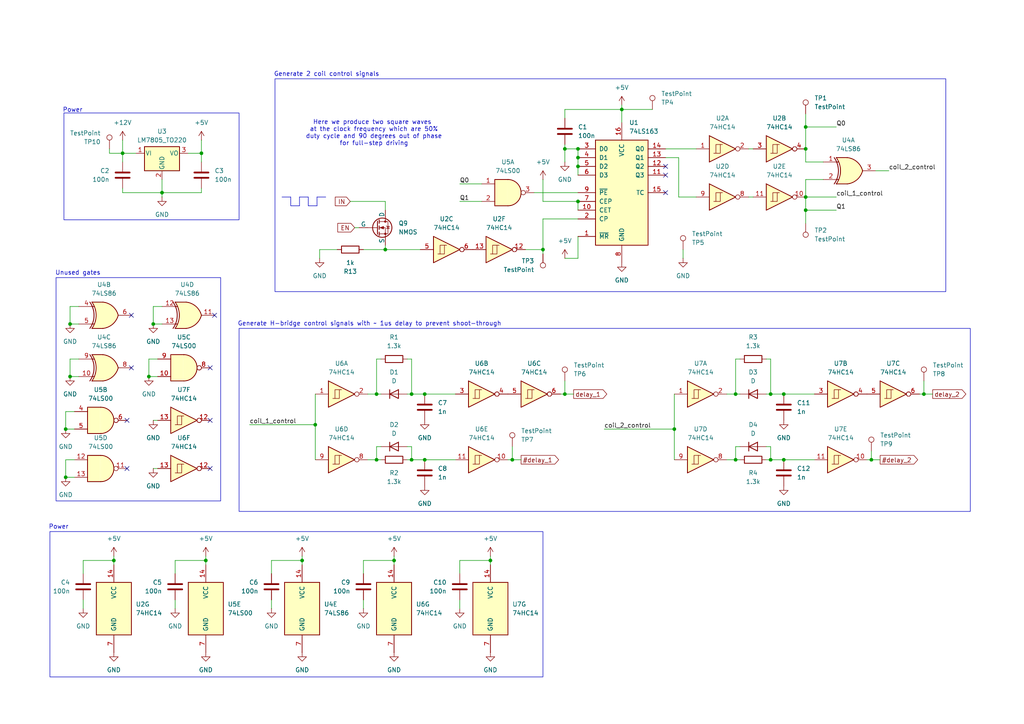
<source format=kicad_sch>
(kicad_sch (version 20250114) (generator "eeschema") (generator_version "9.0")
  (paper "A4")
  (lib_symbols
    (symbol "74xx:74HC14" (pin_names (offset 1.016))
      (property "Reference" "U" (at 0 1.27 0))
      (property "Value" "74HC14" (at 0 -1.27 0))
      (symbol "74HC14_1_0"
        (pin input line (at -7.62 0 0) (length 3.81) (name "~") (number "1"))
        (pin output inverted (at 7.62 0 180) (length 3.81) (name "~") (number "2"))
      )
      (symbol "74HC14_2_0"
        (pin input line (at -7.62 0 0) (length 3.81) (name "~") (number "3"))
        (pin output inverted (at 7.62 0 180) (length 3.81) (name "~") (number "4"))
      )
      (symbol "74HC14_3_0"
        (pin input line (at -7.62 0 0) (length 3.81) (name "~") (number "5"))
        (pin output inverted (at 7.62 0 180) (length 3.81) (name "~") (number "6"))
      )
      (symbol "74HC14_4_0"
        (pin input line (at -7.62 0 0) (length 3.81) (name "~") (number "9"))
        (pin output inverted (at 7.62 0 180) (length 3.81) (name "~") (number "8"))
      )
      (symbol "74HC14_5_0"
        (pin input line (at -7.62 0 0) (length 3.81) (name "~") (number "11"))
        (pin output inverted (at 7.62 0 180) (length 3.81) (name "~") (number "10"))
      )
      (symbol "74HC14_6_0"
        (pin input line (at -7.62 0 0) (length 3.81) (name "~") (number "13"))
        (pin output inverted (at 7.62 0 180) (length 3.81) (name "~") (number "12"))
      )
      (symbol "74HC14_7_0"
        (pin power_in line (at 0 12.7 270) (length 5.08) (name "VCC") (number "14"))
        (pin power_in line (at 0 -12.7 90) (length 5.08) (name "GND") (number "7"))
      )
    )
    (symbol "74xx:74LS00" (pin_names (offset 1.016))
      (property "Reference" "U" (at 0 1.27 0))
      (property "Value" "74LS00" (at 0 -1.27 0))
      (symbol "74LS00_1_1"
        (pin input line (at -7.62 2.54 0) (length 3.81) (name "~") (number "1"))
        (pin input line (at -7.62 -2.54 0) (length 3.81) (name "~") (number "2"))
        (pin output inverted (at 7.62 0 180) (length 3.81) (name "~") (number "3"))
      )
      (symbol "74LS00_1_2"
        (pin input inverted (at -7.62 2.54 0) (length 4.318) (name "~") (number "1"))
        (pin input inverted (at -7.62 -2.54 0) (length 4.318) (name "~") (number "2"))
        (pin output line (at 7.62 0 180) (length 3.81) (name "~") (number "3"))
      )
      (symbol "74LS00_2_1"
        (pin input line (at -7.62 2.54 0) (length 3.81) (name "~") (number "4"))
        (pin input line (at -7.62 -2.54 0) (length 3.81) (name "~") (number "5"))
        (pin output inverted (at 7.62 0 180) (length 3.81) (name "~") (number "6"))
      )
      (symbol "74LS00_2_2"
        (pin input inverted (at -7.62 2.54 0) (length 4.318) (name "~") (number "4"))
        (pin input inverted (at -7.62 -2.54 0) (length 4.318) (name "~") (number "5"))
        (pin output line (at 7.62 0 180) (length 3.81) (name "~") (number "6"))
      )
      (symbol "74LS00_3_1"
        (pin input line (at -7.62 2.54 0) (length 3.81) (name "~") (number "9"))
        (pin input line (at -7.62 -2.54 0) (length 3.81) (name "~") (number "10"))
        (pin output inverted (at 7.62 0 180) (length 3.81) (name "~") (number "8"))
      )
      (symbol "74LS00_3_2"
        (pin input inverted (at -7.62 2.54 0) (length 4.318) (name "~") (number "9"))
        (pin input inverted (at -7.62 -2.54 0) (length 4.318) (name "~") (number "10"))
        (pin output line (at 7.62 0 180) (length 3.81) (name "~") (number "8"))
      )
      (symbol "74LS00_4_1"
        (pin input line (at -7.62 2.54 0) (length 3.81) (name "~") (number "12"))
        (pin input line (at -7.62 -2.54 0) (length 3.81) (name "~") (number "13"))
        (pin output inverted (at 7.62 0 180) (length 3.81) (name "~") (number "11"))
      )
      (symbol "74LS00_4_2"
        (pin input inverted (at -7.62 2.54 0) (length 4.318) (name "~") (number "12"))
        (pin input inverted (at -7.62 -2.54 0) (length 4.318) (name "~") (number "13"))
        (pin output line (at 7.62 0 180) (length 3.81) (name "~") (number "11"))
      )
      (symbol "74LS00_5_0"
        (pin power_in line (at 0 12.7 270) (length 5.08) (name "VCC") (number "14"))
        (pin power_in line (at 0 -12.7 90) (length 5.08) (name "GND") (number "7"))
      )
    )
    (symbol "74xx:74LS163" (pin_names (offset 1.016))
      (property "Reference" "U" (at -7.62 16.51 0))
      (property "Value" "74LS163" (at -7.62 -16.51 0))
      (symbol "74LS163_1_0"
        (pin input line (at -12.7 12.7 0) (length 5.08) (name "D0") (number "3"))
        (pin input line (at -12.7 10.16 0) (length 5.08) (name "D1") (number "4"))
        (pin input line (at -12.7 7.62 0) (length 5.08) (name "D2") (number "5"))
        (pin input line (at -12.7 5.08 0) (length 5.08) (name "D3") (number "6"))
        (pin input line (at -12.7 0 0) (length 5.08) (name "~{PE}") (number "9"))
        (pin input line (at -12.7 -2.54 0) (length 5.08) (name "CEP") (number "7"))
        (pin input line (at -12.7 -5.08 0) (length 5.08) (name "CET") (number "10"))
        (pin input line (at -12.7 -7.62 0) (length 5.08) (name "CP") (number "2"))
        (pin input line (at -12.7 -12.7 0) (length 5.08) (name "~{MR}") (number "1"))
        (pin power_in line (at 0 20.32 270) (length 5.08) (name "VCC") (number "16"))
        (pin power_in line (at 0 -20.32 90) (length 5.08) (name "GND") (number "8"))
        (pin output line (at 12.7 12.7 180) (length 5.08) (name "Q0") (number "14"))
        (pin output line (at 12.7 10.16 180) (length 5.08) (name "Q1") (number "13"))
        (pin output line (at 12.7 7.62 180) (length 5.08) (name "Q2") (number "12"))
        (pin output line (at 12.7 5.08 180) (length 5.08) (name "Q3") (number "11"))
        (pin output line (at 12.7 0 180) (length 5.08) (name "TC") (number "15"))
      )
    )
    (symbol "74xx:74LS86" (pin_names (offset 1.016))
      (property "Reference" "U" (at 0 1.27 0))
      (property "Value" "74LS86" (at 0 -1.27 0))
      (symbol "74LS86_1_0"
        (pin input line (at -7.62 2.54 0) (length 4.445) (name "~") (number "1"))
        (pin input line (at -7.62 -2.54 0) (length 4.445) (name "~") (number "2"))
        (pin output line (at 7.62 0 180) (length 3.81) (name "~") (number "3"))
      )
      (symbol "74LS86_2_0"
        (pin input line (at -7.62 2.54 0) (length 4.445) (name "~") (number "4"))
        (pin input line (at -7.62 -2.54 0) (length 4.445) (name "~") (number "5"))
        (pin output line (at 7.62 0 180) (length 3.81) (name "~") (number "6"))
      )
      (symbol "74LS86_3_0"
        (pin input line (at -7.62 2.54 0) (length 4.445) (name "~") (number "9"))
        (pin input line (at -7.62 -2.54 0) (length 4.445) (name "~") (number "10"))
        (pin output line (at 7.62 0 180) (length 3.81) (name "~") (number "8"))
      )
      (symbol "74LS86_4_0"
        (pin input line (at -7.62 2.54 0) (length 4.445) (name "~") (number "12"))
        (pin input line (at -7.62 -2.54 0) (length 4.445) (name "~") (number "13"))
        (pin output line (at 7.62 0 180) (length 3.81) (name "~") (number "11"))
      )
      (symbol "74LS86_5_0"
        (pin power_in line (at 0 12.7 270) (length 5.08) (name "VCC") (number "14"))
        (pin power_in line (at 0 -12.7 90) (length 5.08) (name "GND") (number "7"))
      )
    )
    (symbol "Connector:TestPoint" (pin_numbers (hide yes)) (pin_names (offset 0.762) (hide yes))
      (property "Reference" "TP" (at 0 6.858 0))
      (property "Value" "TestPoint" (at 0 5.08 0))
      (symbol "TestPoint_1_1"
        (pin passive line (at 0 0 90) (length 2.54) (name "1") (number "1"))
      )
    )
    (symbol "Device:C" (pin_numbers (hide yes)) (pin_names (offset 0.254))
      (property "Reference" "C" (at 0.635 2.54 0))
      (property "Value" "C" (at 0.635 -2.54 0))
      (symbol "C_1_1"
        (pin passive line (at 0 3.81 270) (length 2.794) (name "~") (number "1"))
        (pin passive line (at 0 -3.81 90) (length 2.794) (name "~") (number "2"))
      )
    )
    (symbol "Device:D" (pin_numbers (hide yes)) (pin_names (offset 1.016) (hide yes))
      (property "Reference" "D" (at 0 2.54 0))
      (property "Value" "D" (at 0 -2.54 0))
      (symbol "D_1_1"
        (pin passive line (at -3.81 0 0) (length 2.54) (name "K") (number "1"))
        (pin passive line (at 3.81 0 180) (length 2.54) (name "A") (number "2"))
      )
    )
    (symbol "Device:R" (pin_numbers (hide yes)) (pin_names (offset 0))
      (property "Reference" "R" (at 2.032 0 90))
      (property "Value" "R" (at 0 0 90))
      (symbol "R_1_1"
        (pin passive line (at 0 3.81 270) (length 1.27) (name "~") (number "1"))
        (pin passive line (at 0 -3.81 90) (length 1.27) (name "~") (number "2"))
      )
    )
    (symbol "Regulator_Linear:LM7805_TO220" (pin_names (offset 0.254))
      (property "Reference" "U" (at -3.81 3.175 0))
      (property "Value" "LM7805_TO220" (at 0 3.175 0))
      (symbol "LM7805_TO220_1_1"
        (pin power_in line (at -7.62 0 0) (length 2.54) (name "VI") (number "1"))
        (pin power_in line (at 0 -7.62 90) (length 2.54) (name "GND") (number "2"))
        (pin power_out line (at 7.62 0 180) (length 2.54) (name "VO") (number "3"))
      )
    )
    (symbol "Simulation_SPICE:NMOS" (pin_numbers (hide yes)) (pin_names (offset 0))
      (property "Reference" "Q" (at 5.08 1.27 0))
      (property "Value" "NMOS" (at 5.08 -1.27 0))
      (symbol "NMOS_1_1"
        (pin input line (at -5.08 0 0) (length 2.54) (name "G") (number "2"))
        (pin passive line (at 2.54 5.08 270) (length 2.54) (name "D") (number "1"))
        (pin passive line (at 2.54 -5.08 90) (length 2.54) (name "S") (number "3"))
      )
    )
    (symbol "power:+12V" (power) (pin_numbers (hide yes)) (pin_names (offset 0) (hide yes))
      (property "Value" "+12V" (at 0 3.556 0))
      (symbol "+12V_1_1"
        (pin power_in line (at 0 0 90) (length 0) (name "~") (number "1"))
      )
    )
    (symbol "power:+5V" (power) (pin_numbers (hide yes)) (pin_names (offset 0) (hide yes))
      (property "Value" "+5V" (at 0 3.556 0))
      (symbol "+5V_1_1"
        (pin power_in line (at 0 0 90) (length 0) (name "~") (number "1"))
      )
    )
    (symbol "power:GND" (power) (pin_numbers (hide yes)) (pin_names (offset 0) (hide yes))
      (property "Value" "GND" (at 0 -3.81 0))
      (symbol "GND_1_1"
        (pin power_in line (at 0 0 270) (length 0) (name "~") (number "1"))
      )
    )
  )
  (rectangle (start 69.342 95.25) (end 281.432 148.336))
  (rectangle (start 18.542 32.766) (end 69.342 63.754))
  (rectangle (start 16.256 80.518) (end 64.008 145.288))
  (rectangle (start 79.756 22.86) (end 274.32 84.582))
  (rectangle (start 14.478 154.178) (end 157.48 196.342))
  (text "Generate 2 coil control signals" (at 94.742 21.59 0) (effects (font (size 1.27 1.27))))
  (text "Unused gates" (at 22.606 79.248 0) (effects (font (size 1.27 1.27))))
  (text "Power" (at 17.018 152.908 0) (effects (font (size 1.27 1.27))))
  (text "Here we produce two square waves \nat the clock frequency which are 50%\nduty cycle and 90 degrees out of phase\nfor full-step driving" (at 108.458 38.608 0) (effects (font (size 1.27 1.27))))
  (text "Generate H-bridge control signals with ~ 1us delay to prevent shoot-through" (at 107.188 93.98 0) (effects (font (size 1.27 1.27))))
  (text "Power" (at 21.082 32.004 0) (effects (font (size 1.27 1.27))))
  (junction (at 233.68 60.96))
  (junction (at 87.63 162.56))
  (junction (at 20.32 93.98))
  (junction (at 252.73 133.35))
  (junction (at 213.36 114.3))
  (junction (at 35.56 44.45))
  (junction (at 167.64 58.42))
  (junction (at 167.64 48.26))
  (junction (at 227.33 114.3))
  (junction (at 142.24 162.56))
  (junction (at 44.45 93.98))
  (junction (at 195.58 124.46))
  (junction (at 19.05 138.43))
  (junction (at 227.33 133.35))
  (junction (at 213.36 133.35))
  (junction (at 59.69 162.56))
  (junction (at 163.83 114.3))
  (junction (at 267.97 114.3))
  (junction (at 111.76 72.39))
  (junction (at 167.64 45.72))
  (junction (at 223.52 114.3))
  (junction (at 114.3 162.56))
  (junction (at 233.68 57.15))
  (junction (at 163.83 43.18))
  (junction (at 46.99 55.88))
  (junction (at 19.05 124.46))
  (junction (at 33.02 162.56))
  (junction (at 58.42 44.45))
  (junction (at 167.64 43.18))
  (junction (at 91.44 123.19))
  (junction (at 233.68 43.18))
  (junction (at 148.59 133.35))
  (junction (at 20.32 109.22))
  (junction (at 223.52 133.35))
  (junction (at 233.68 36.83))
  (junction (at 123.19 114.3))
  (junction (at 119.38 133.35))
  (junction (at 109.22 133.35))
  (junction (at 180.34 31.75))
  (junction (at 43.18 109.22))
  (junction (at 109.22 114.3))
  (junction (at 119.38 114.3))
  (junction (at 157.48 72.39))
  (junction (at 123.19 133.35))
  (no_connect (at 38.1 106.68))
  (no_connect (at 36.83 135.89))
  (no_connect (at 193.04 48.26))
  (no_connect (at 62.23 91.44))
  (no_connect (at 60.96 121.92))
  (no_connect (at 36.83 121.92))
  (no_connect (at 193.04 50.8))
  (no_connect (at 38.1 91.44))
  (no_connect (at 60.96 106.68))
  (no_connect (at 60.96 135.89))
  (no_connect (at 193.04 55.88))
  (wire (pts (xy 196.85 45.72) (xy 196.85 57.15)))
  (wire (pts (xy 196.85 57.15) (xy 201.93 57.15)))
  (wire (pts (xy 233.68 57.15) (xy 233.68 60.96)))
  (wire (pts (xy 33.02 162.56) (xy 33.02 163.83)))
  (wire (pts (xy 167.64 43.18) (xy 167.64 45.72)))
  (wire (pts (xy 44.45 121.92) (xy 45.72 121.92)))
  (wire (pts (xy 119.38 129.54) (xy 118.11 129.54)))
  (wire (pts (xy 87.63 161.29) (xy 87.63 162.56)))
  (wire (pts (xy 46.99 55.88) (xy 46.99 57.15)))
  (wire (pts (xy 58.42 55.88) (xy 46.99 55.88)))
  (wire (pts (xy 180.34 31.75) (xy 189.23 31.75)))
  (wire (pts (xy 242.57 60.96) (xy 233.68 60.96)))
  (wire (pts (xy 163.83 34.29) (xy 163.83 31.75)))
  (wire (pts (xy 118.11 133.35) (xy 119.38 133.35)))
  (wire (pts (xy 21.59 133.35) (xy 19.05 133.35)))
  (wire (pts (xy 105.41 166.37) (xy 105.41 162.56)))
  (wire (pts (xy 20.32 104.14) (xy 20.32 109.22)))
  (wire (pts (xy 35.56 55.88) (xy 46.99 55.88)))
  (wire (pts (xy 222.25 104.14) (xy 223.52 104.14)))
  (wire (pts (xy 50.8 166.37) (xy 50.8 162.56)))
  (wire (pts (xy 44.45 93.98) (xy 46.99 93.98)))
  (wire (pts (xy 19.05 119.38) (xy 19.05 124.46)))
  (wire (pts (xy 58.42 54.61) (xy 58.42 55.88)))
  (wire (pts (xy 106.68 133.35) (xy 109.22 133.35)))
  (wire (pts (xy 167.64 74.93) (xy 163.83 74.93)))
  (wire (pts (xy 24.13 173.99) (xy 24.13 176.53)))
  (wire (pts (xy 46.99 88.9) (xy 44.45 88.9)))
  (wire (pts (xy 214.63 133.35) (xy 213.36 133.35)))
  (wire (pts (xy 109.22 104.14) (xy 109.22 114.3)))
  (wire (pts (xy 59.69 161.29) (xy 59.69 162.56)))
  (wire (pts (xy 24.13 166.37) (xy 24.13 162.56)))
  (wire (pts (xy 142.24 161.29) (xy 142.24 162.56)))
  (wire (pts (xy 251.46 133.35) (xy 252.73 133.35)))
  (wire (pts (xy 157.48 58.42) (xy 167.64 58.42)))
  (wire (pts (xy 50.8 173.99) (xy 50.8 176.53)))
  (polyline (pts (xy 86.868 57.15) (xy 86.868 59.69)))
  (polyline (pts (xy 86.868 59.69) (xy 84.328 59.69)))
  (wire (pts (xy 254 49.53) (xy 257.81 49.53)))
  (wire (pts (xy 167.64 45.72) (xy 167.64 48.26)))
  (wire (pts (xy 35.56 40.64) (xy 35.56 44.45)))
  (wire (pts (xy 167.64 48.26) (xy 167.64 50.8)))
  (wire (pts (xy 266.7 114.3) (xy 267.97 114.3)))
  (wire (pts (xy 58.42 40.64) (xy 58.42 44.45)))
  (wire (pts (xy 163.83 31.75) (xy 180.34 31.75)))
  (polyline (pts (xy 91.948 59.69) (xy 89.408 59.69)))
  (wire (pts (xy 223.52 114.3) (xy 227.33 114.3)))
  (wire (pts (xy 92.71 72.39) (xy 97.79 72.39)))
  (wire (pts (xy 233.68 57.15) (xy 242.57 57.15)))
  (wire (pts (xy 252.73 130.81) (xy 252.73 133.35)))
  (wire (pts (xy 50.8 162.56) (xy 59.69 162.56)))
  (wire (pts (xy 195.58 114.3) (xy 195.58 124.46)))
  (wire (pts (xy 157.48 63.5) (xy 157.48 72.39)))
  (polyline (pts (xy 84.328 57.15) (xy 81.788 57.15)))
  (wire (pts (xy 102.87 66.04) (xy 104.14 66.04)))
  (wire (pts (xy 92.71 74.93) (xy 92.71 72.39)))
  (wire (pts (xy 217.17 43.18) (xy 218.44 43.18)))
  (wire (pts (xy 267.97 114.3) (xy 270.51 114.3)))
  (wire (pts (xy 19.05 138.43) (xy 21.59 138.43)))
  (wire (pts (xy 213.36 114.3) (xy 214.63 114.3)))
  (polyline (pts (xy 94.488 57.15) (xy 91.948 57.15)))
  (wire (pts (xy 133.35 58.42) (xy 139.7 58.42)))
  (wire (pts (xy 44.45 135.89) (xy 45.72 135.89)))
  (wire (pts (xy 167.64 68.58) (xy 167.64 74.93)))
  (wire (pts (xy 223.52 104.14) (xy 223.52 114.3)))
  (wire (pts (xy 210.82 133.35) (xy 213.36 133.35)))
  (wire (pts (xy 35.56 54.61) (xy 35.56 55.88)))
  (wire (pts (xy 133.35 166.37) (xy 133.35 162.56)))
  (wire (pts (xy 111.76 72.39) (xy 121.92 72.39)))
  (wire (pts (xy 35.56 44.45) (xy 39.37 44.45)))
  (wire (pts (xy 109.22 114.3) (xy 110.49 114.3)))
  (wire (pts (xy 24.13 162.56) (xy 33.02 162.56)))
  (wire (pts (xy 114.3 162.56) (xy 114.3 163.83)))
  (wire (pts (xy 22.86 104.14) (xy 20.32 104.14)))
  (wire (pts (xy 233.68 46.99) (xy 238.76 46.99)))
  (wire (pts (xy 233.68 33.02) (xy 233.68 36.83)))
  (wire (pts (xy 233.68 52.07) (xy 238.76 52.07)))
  (wire (pts (xy 175.26 124.46) (xy 195.58 124.46)))
  (wire (pts (xy 227.33 133.35) (xy 236.22 133.35)))
  (wire (pts (xy 152.4 72.39) (xy 157.48 72.39)))
  (wire (pts (xy 233.68 43.18) (xy 233.68 46.99)))
  (wire (pts (xy 157.48 52.07) (xy 157.48 58.42)))
  (wire (pts (xy 31.75 44.45) (xy 35.56 44.45)))
  (wire (pts (xy 91.44 123.19) (xy 91.44 133.35)))
  (wire (pts (xy 110.49 133.35) (xy 109.22 133.35)))
  (wire (pts (xy 223.52 129.54) (xy 222.25 129.54)))
  (wire (pts (xy 20.32 93.98) (xy 22.86 93.98)))
  (wire (pts (xy 43.18 104.14) (xy 43.18 109.22)))
  (wire (pts (xy 19.05 133.35) (xy 19.05 138.43)))
  (wire (pts (xy 213.36 104.14) (xy 213.36 114.3)))
  (wire (pts (xy 111.76 58.42) (xy 111.76 60.96)))
  (wire (pts (xy 148.59 133.35) (xy 151.13 133.35)))
  (wire (pts (xy 267.97 110.49) (xy 267.97 114.3)))
  (wire (pts (xy 46.99 52.07) (xy 46.99 55.88)))
  (wire (pts (xy 180.34 31.75) (xy 180.34 35.56)))
  (wire (pts (xy 233.68 60.96) (xy 233.68 64.77)))
  (wire (pts (xy 133.35 173.99) (xy 133.35 176.53)))
  (wire (pts (xy 123.19 133.35) (xy 132.08 133.35)))
  (wire (pts (xy 19.05 124.46) (xy 21.59 124.46)))
  (wire (pts (xy 163.83 41.91) (xy 163.83 43.18)))
  (wire (pts (xy 58.42 44.45) (xy 58.42 46.99)))
  (wire (pts (xy 252.73 133.35) (xy 255.27 133.35)))
  (wire (pts (xy 233.68 57.15) (xy 233.68 52.07)))
  (wire (pts (xy 105.41 72.39) (xy 111.76 72.39)))
  (wire (pts (xy 210.82 114.3) (xy 213.36 114.3)))
  (wire (pts (xy 33.02 161.29) (xy 33.02 162.56)))
  (wire (pts (xy 157.48 72.39) (xy 157.48 73.66)))
  (wire (pts (xy 213.36 129.54) (xy 214.63 129.54)))
  (wire (pts (xy 180.34 30.48) (xy 180.34 31.75)))
  (wire (pts (xy 214.63 104.14) (xy 213.36 104.14)))
  (wire (pts (xy 58.42 44.45) (xy 54.61 44.45)))
  (wire (pts (xy 157.48 63.5) (xy 167.64 63.5)))
  (wire (pts (xy 101.6 58.42) (xy 111.76 58.42)))
  (wire (pts (xy 106.68 114.3) (xy 109.22 114.3)))
  (wire (pts (xy 31.75 43.18) (xy 31.75 44.45)))
  (polyline (pts (xy 89.408 57.15) (xy 86.868 57.15)))
  (wire (pts (xy 167.64 58.42) (xy 167.64 60.96)))
  (wire (pts (xy 217.17 57.15) (xy 218.44 57.15)))
  (wire (pts (xy 110.49 104.14) (xy 109.22 104.14)))
  (wire (pts (xy 109.22 129.54) (xy 110.49 129.54)))
  (wire (pts (xy 78.74 173.99) (xy 78.74 176.53)))
  (wire (pts (xy 193.04 43.18) (xy 201.93 43.18)))
  (wire (pts (xy 213.36 129.54) (xy 213.36 133.35)))
  (wire (pts (xy 227.33 114.3) (xy 236.22 114.3)))
  (wire (pts (xy 119.38 133.35) (xy 119.38 129.54)))
  (wire (pts (xy 233.68 36.83) (xy 242.57 36.83)))
  (wire (pts (xy 78.74 162.56) (xy 87.63 162.56)))
  (wire (pts (xy 163.83 110.49) (xy 163.83 114.3)))
  (wire (pts (xy 22.86 88.9) (xy 20.32 88.9)))
  (wire (pts (xy 91.44 114.3) (xy 91.44 123.19)))
  (wire (pts (xy 105.41 162.56) (xy 114.3 162.56)))
  (wire (pts (xy 193.04 45.72) (xy 196.85 45.72)))
  (wire (pts (xy 45.72 104.14) (xy 43.18 104.14)))
  (wire (pts (xy 111.76 71.12) (xy 111.76 72.39)))
  (wire (pts (xy 133.35 53.34) (xy 139.7 53.34)))
  (polyline (pts (xy 91.948 57.15) (xy 91.948 59.69)))
  (wire (pts (xy 163.83 43.18) (xy 167.64 43.18)))
  (wire (pts (xy 147.32 133.35) (xy 148.59 133.35)))
  (wire (pts (xy 233.68 43.18) (xy 233.68 36.83)))
  (wire (pts (xy 163.83 114.3) (xy 166.37 114.3)))
  (wire (pts (xy 163.83 43.18) (xy 163.83 46.99)))
  (polyline (pts (xy 89.408 59.69) (xy 89.408 57.15)))
  (wire (pts (xy 123.19 114.3) (xy 132.08 114.3)))
  (wire (pts (xy 59.69 162.56) (xy 59.69 163.83)))
  (wire (pts (xy 154.94 55.88) (xy 167.64 55.88)))
  (wire (pts (xy 119.38 114.3) (xy 123.19 114.3)))
  (wire (pts (xy 119.38 133.35) (xy 123.19 133.35)))
  (polyline (pts (xy 84.328 59.69) (xy 84.328 57.15)))
  (wire (pts (xy 105.41 173.99) (xy 105.41 176.53)))
  (wire (pts (xy 222.25 133.35) (xy 223.52 133.35)))
  (wire (pts (xy 142.24 162.56) (xy 142.24 163.83)))
  (wire (pts (xy 133.35 162.56) (xy 142.24 162.56)))
  (wire (pts (xy 35.56 44.45) (xy 35.56 46.99)))
  (wire (pts (xy 114.3 161.29) (xy 114.3 162.56)))
  (wire (pts (xy 198.12 72.39) (xy 198.12 74.93)))
  (wire (pts (xy 223.52 133.35) (xy 223.52 129.54)))
  (wire (pts (xy 20.32 88.9) (xy 20.32 93.98)))
  (wire (pts (xy 223.52 133.35) (xy 227.33 133.35)))
  (wire (pts (xy 109.22 129.54) (xy 109.22 133.35)))
  (wire (pts (xy 78.74 166.37) (xy 78.74 162.56)))
  (wire (pts (xy 119.38 104.14) (xy 119.38 114.3)))
  (wire (pts (xy 43.18 109.22) (xy 45.72 109.22)))
  (wire (pts (xy 148.59 129.54) (xy 148.59 133.35)))
  (wire (pts (xy 223.52 114.3) (xy 222.25 114.3)))
  (wire (pts (xy 20.32 109.22) (xy 22.86 109.22)))
  (wire (pts (xy 87.63 162.56) (xy 87.63 163.83)))
  (wire (pts (xy 44.45 88.9) (xy 44.45 93.98)))
  (wire (pts (xy 21.59 119.38) (xy 19.05 119.38)))
  (wire (pts (xy 119.38 114.3) (xy 118.11 114.3)))
  (wire (pts (xy 195.58 124.46) (xy 195.58 133.35)))
  (wire (pts (xy 162.56 114.3) (xy 163.83 114.3)))
  (wire (pts (xy 72.39 123.19) (xy 91.44 123.19)))
  (wire (pts (xy 118.11 104.14) (xy 119.38 104.14)))
  (label "Q0" (at 133.35 53.34 0))
  (label "Q1" (at 133.35 58.42 0))
  (label "Q0" (at 242.57 36.83 0))
  (label "coil_2_control" (at 175.26 124.46 0))
  (label "coil_2_control" (at 257.81 49.53 0))
  (label "coil_1_control" (at 242.57 57.15 0))
  (label "coil_1_control" (at 72.39 123.19 0))
  (label "Q1" (at 242.57 60.96 0))
  (global_label "IN" (shape input) (at 101.6 58.42 180) (property "Intersheetrefs" "${INTERSHEET_REFS}" (effects (hide yes))))
  (global_label "delay_1" (shape output) (at 166.37 114.3 0) (property "Intersheetrefs" "${INTERSHEET_REFS}" (effects (hide yes))))
  (global_label "EN" (shape input) (at 102.87 66.04 180) (property "Intersheetrefs" "${INTERSHEET_REFS}" (effects (hide yes))))
  (global_label "#delay_2" (shape output) (at 255.27 133.35 0) (property "Intersheetrefs" "${INTERSHEET_REFS}" (effects (hide yes))))
  (global_label "#delay_1" (shape output) (at 151.13 133.35 0) (property "Intersheetrefs" "${INTERSHEET_REFS}" (effects (hide yes))))
  (global_label "delay_2" (shape output) (at 270.51 114.3 0) (property "Intersheetrefs" "${INTERSHEET_REFS}" (effects (hide yes))))
  (symbol (lib_id "power:GND") (at 227.33 140.97 0) (unit 1)
    (property "Reference" "#PWR034" (effects (hide yes)))
    (property "Value" "GND" (at 227.33 146.05 0))
    (property "Description" "Power symbol creates a global label with name \"GND\" , ground" (effects (hide yes)))
  )
  (symbol (lib_id "power:GND") (at 43.18 109.22 0) (unit 1)
    (property "Reference" "#PWR013" (effects (hide yes)))
    (property "Value" "GND" (at 43.18 114.3 0))
    (property "Description" "Power symbol creates a global label with name \"GND\" , ground" (effects (hide yes)))
  )
  (symbol (lib_id "Device:D") (at 218.44 129.54 0) (unit 1)
    (property "Reference" "D4" (at 218.44 123.19 0))
    (property "Value" "D" (at 218.44 125.73 0))
    (property "Description" "Diode" (effects (hide yes)))
    (property "Sim.Device" "D" (effects (hide yes)))
    (property "Sim.Pins" "1=K 2=A" (effects (hide yes)))
  )
  (symbol (lib_id "Connector:TestPoint") (at 157.48 73.66 0) (mirror x) (unit 1)
    (property "Reference" "TP3" (at 154.94 75.6919 0) (effects (justify right)))
    (property "Value" "TestPoint" (at 154.94 78.2319 0) (effects (justify right)))
    (property "Footprint" "TestPoint:TestPoint_Loop_D2.50mm_Drill1.0mm" (effects (hide yes)))
    (property "Description" "test point" (effects (hide yes)))
  )
  (symbol (lib_id "power:GND") (at 87.63 189.23 0) (unit 1)
    (property "Reference" "#PWR020" (effects (hide yes)))
    (property "Value" "GND" (at 87.63 194.31 0))
    (property "Description" "Power symbol creates a global label with name \"GND\" , ground" (effects (hide yes)))
  )
  (symbol (lib_id "Device:C") (at 58.42 50.8 0) (mirror y) (unit 1)
    (property "Reference" "C3" (at 62.23 49.5299 0) (effects (justify right)))
    (property "Value" "100n" (at 62.23 52.0699 0) (effects (justify right)))
    (property "Footprint" "Capacitor_SMD:C_1206_3216Metric" (effects (hide yes)))
    (property "Description" "Unpolarized capacitor" (effects (hide yes)))
  )
  (symbol (lib_id "74xx:74HC14") (at 144.78 72.39 0) (unit 6)
    (property "Reference" "U2" (at 144.78 63.5 0))
    (property "Value" "74HC14" (at 144.78 66.04 0))
    (property "Footprint" "Package_SO:SO-14_3.9x8.65mm_P1.27mm" (effects (hide yes)))
    (property "Datasheet" "http://www.ti.com/lit/gpn/sn74HC14" (effects (hide yes)))
    (property "Description" "Hex inverter schmitt trigger" (effects (hide yes)))
  )
  (symbol (lib_id "power:GND") (at 123.19 121.92 0) (unit 1)
    (property "Reference" "#PWR025" (effects (hide yes)))
    (property "Value" "GND" (at 123.19 127 0))
    (property "Description" "Power symbol creates a global label with name \"GND\" , ground" (effects (hide yes)))
  )
  (symbol (lib_id "Connector:TestPoint") (at 198.12 72.39 0) (mirror y) (unit 1)
    (property "Reference" "TP5" (at 200.66 70.3581 0) (effects (justify right)))
    (property "Value" "TestPoint" (at 200.66 67.8181 0) (effects (justify right)))
    (property "Footprint" "TestPoint:TestPoint_Loop_D2.50mm_Drill1.0mm" (effects (hide yes)))
    (property "Description" "test point" (effects (hide yes)))
  )
  (symbol (lib_id "Connector:TestPoint") (at 148.59 129.54 0) (mirror y) (unit 1)
    (property "Reference" "TP7" (at 151.13 127.5081 0) (effects (justify right)))
    (property "Value" "TestPoint" (at 151.13 124.9681 0) (effects (justify right)))
    (property "Footprint" "TestPoint:TestPoint_Loop_D2.50mm_Drill1.0mm" (effects (hide yes)))
    (property "Description" "test point" (effects (hide yes)))
  )
  (symbol (lib_id "power:GND") (at 133.35 176.53 0) (unit 1)
    (property "Reference" "#PWR030" (effects (hide yes)))
    (property "Value" "GND" (at 133.35 181.61 0))
    (property "Description" "Power symbol creates a global label with name \"GND\" , ground" (effects (hide yes)))
  )
  (symbol (lib_id "power:GND") (at 46.99 57.15 0) (unit 1)
    (property "Reference" "#PWR05" (effects (hide yes)))
    (property "Value" "GND" (at 46.99 62.23 0))
    (property "Description" "Power symbol creates a global label with name \"GND\" , ground" (effects (hide yes)))
  )
  (symbol (lib_id "power:GND") (at 19.05 124.46 0) (unit 1)
    (property "Reference" "#PWR012" (effects (hide yes)))
    (property "Value" "GND" (at 19.05 129.54 0))
    (property "Description" "Power symbol creates a global label with name \"GND\" , ground" (effects (hide yes)))
  )
  (symbol (lib_id "74xx:74LS00") (at 53.34 106.68 0) (unit 3)
    (property "Reference" "U5" (at 53.3317 97.79 0))
    (property "Value" "74LS00" (at 53.3317 100.33 0))
    (property "Footprint" "Package_DIP:DIP-14_W7.62mm_Socket" (effects (hide yes)))
    (property "Datasheet" "http://www.ti.com/lit/gpn/sn74ls00" (effects (hide yes)))
    (property "Description" "quad 2-input NAND gate" (effects (hide yes)))
  )
  (symbol (lib_id "power:GND") (at 123.19 140.97 0) (unit 1)
    (property "Reference" "#PWR024" (effects (hide yes)))
    (property "Value" "GND" (at 123.19 146.05 0))
    (property "Description" "Power symbol creates a global label with name \"GND\" , ground" (effects (hide yes)))
  )
  (symbol (lib_id "74xx:74HC14") (at 209.55 43.18 0) (unit 1)
    (property "Reference" "U2" (at 209.55 34.29 0))
    (property "Value" "74HC14" (at 209.55 36.83 0))
    (property "Footprint" "Package_SO:SO-14_3.9x8.65mm_P1.27mm" (effects (hide yes)))
    (property "Datasheet" "http://www.ti.com/lit/gpn/sn74HC14" (effects (hide yes)))
    (property "Description" "Hex inverter schmitt trigger" (effects (hide yes)))
  )
  (symbol (lib_id "Device:R") (at 218.44 104.14 90) (unit 1)
    (property "Reference" "R3" (at 218.44 97.79 90))
    (property "Value" "1.3k" (at 218.44 100.33 90))
    (property "Footprint" "Resistor_SMD:R_1206_3216Metric" (effects (hide yes)))
    (property "Description" "Resistor" (effects (hide yes)))
  )
  (symbol (lib_id "74xx:74HC14") (at 142.24 176.53 0) (unit 7)
    (property "Reference" "U7" (at 148.59 175.2599 0) (effects (justify left)))
    (property "Value" "74HC14" (at 148.59 177.7999 0) (effects (justify left)))
    (property "Footprint" "Package_SO:SO-14_3.9x8.65mm_P1.27mm" (effects (hide yes)))
    (property "Datasheet" "http://www.ti.com/lit/gpn/sn74HC14" (effects (hide yes)))
    (property "Description" "Hex inverter schmitt trigger" (effects (hide yes)))
  )
  (symbol (lib_id "power:+5V") (at 114.3 161.29 0) (unit 1)
    (property "Reference" "#PWR028" (effects (hide yes)))
    (property "Value" "+5V" (at 114.3 156.21 0))
    (property "Description" "Power symbol creates a global label with name \"+5V\"" (effects (hide yes)))
  )
  (symbol (lib_id "74xx:74HC14") (at 203.2 133.35 0) (unit 4)
    (property "Reference" "U7" (at 203.2 124.46 0))
    (property "Value" "74HC14" (at 203.2 127 0))
    (property "Footprint" "Package_SO:SO-14_3.9x8.65mm_P1.27mm" (effects (hide yes)))
    (property "Datasheet" "http://www.ti.com/lit/gpn/sn74HC14" (effects (hide yes)))
    (property "Description" "Hex inverter schmitt trigger" (effects (hide yes)))
  )
  (symbol (lib_id "power:GND") (at 114.3 189.23 0) (unit 1)
    (property "Reference" "#PWR029" (effects (hide yes)))
    (property "Value" "GND" (at 114.3 194.31 0))
    (property "Description" "Power symbol creates a global label with name \"GND\" , ground" (effects (hide yes)))
  )
  (symbol (lib_id "74xx:74HC14") (at 129.54 72.39 0) (unit 3)
    (property "Reference" "U2" (at 129.54 63.5 0))
    (property "Value" "74HC14" (at 129.54 66.04 0))
    (property "Footprint" "Package_SO:SO-14_3.9x8.65mm_P1.27mm" (effects (hide yes)))
    (property "Datasheet" "http://www.ti.com/lit/gpn/sn74HC14" (effects (hide yes)))
    (property "Description" "Hex inverter schmitt trigger" (effects (hide yes)))
  )
  (symbol (lib_id "74xx:74HC14") (at 154.94 114.3 0) (unit 3)
    (property "Reference" "U6" (at 154.94 105.41 0))
    (property "Value" "74HC14" (at 154.94 107.95 0))
    (property "Footprint" "Package_SO:SO-14_3.9x8.65mm_P1.27mm" (effects (hide yes)))
    (property "Datasheet" "http://www.ti.com/lit/gpn/sn74HC14" (effects (hide yes)))
    (property "Description" "Hex inverter schmitt trigger" (effects (hide yes)))
  )
  (symbol (lib_id "Device:C") (at 24.13 170.18 0) (unit 1)
    (property "Reference" "C4" (at 20.32 168.9099 0) (effects (justify right)))
    (property "Value" "100n" (at 20.32 171.4499 0) (effects (justify right)))
    (property "Footprint" "Capacitor_SMD:C_1206_3216Metric" (effects (hide yes)))
    (property "Description" "Unpolarized capacitor" (effects (hide yes)))
  )
  (symbol (lib_id "power:+5V") (at 87.63 161.29 0) (unit 1)
    (property "Reference" "#PWR019" (effects (hide yes)))
    (property "Value" "+5V" (at 87.63 156.21 0))
    (property "Description" "Power symbol creates a global label with name \"+5V\"" (effects (hide yes)))
  )
  (symbol (lib_id "74xx:74LS86") (at 246.38 49.53 0) (unit 1)
    (property "Reference" "U4" (at 246.0752 40.64 0))
    (property "Value" "74LS86" (at 246.0752 43.18 0))
    (property "Footprint" "Package_DIP:DIP-14_W7.62mm_Socket" (effects (hide yes)))
    (property "Datasheet" "74xx/74ls86.pdf" (effects (hide yes)))
    (property "Description" "Quad 2-input XOR" (effects (hide yes)))
  )
  (symbol (lib_id "74xx:74LS86") (at 87.63 176.53 0) (unit 5)
    (property "Reference" "U4" (at 93.98 175.2599 0) (effects (justify left)))
    (property "Value" "74LS86" (at 93.98 177.7999 0) (effects (justify left)))
    (property "Footprint" "Package_DIP:DIP-14_W7.62mm_Socket" (effects (hide yes)))
    (property "Datasheet" "74xx/74ls86.pdf" (effects (hide yes)))
    (property "Description" "Quad 2-input XOR" (effects (hide yes)))
  )
  (symbol (lib_id "Device:C") (at 227.33 118.11 0) (unit 1)
    (property "Reference" "C11" (at 231.14 116.8399 0) (effects (justify left)))
    (property "Value" "1n" (at 231.14 119.3799 0) (effects (justify left)))
    (property "Footprint" "Capacitor_SMD:C_1206_3216Metric" (effects (hide yes)))
    (property "Description" "Unpolarized capacitor" (effects (hide yes)))
  )
  (symbol (lib_id "power:+5V") (at 33.02 161.29 0) (unit 1)
    (property "Reference" "#PWR010" (effects (hide yes)))
    (property "Value" "+5V" (at 33.02 156.21 0))
    (property "Description" "Power symbol creates a global label with name \"+5V\"" (effects (hide yes)))
  )
  (symbol (lib_id "power:GND") (at 44.45 121.92 0) (unit 1)
    (property "Reference" "#PWR035" (effects (hide yes)))
    (property "Value" "GND" (at 44.45 127 0))
    (property "Description" "Power symbol creates a global label with name \"GND\" , ground" (effects (hide yes)))
  )
  (symbol (lib_id "Device:R") (at 101.6 72.39 270) (unit 1)
    (property "Reference" "R13" (at 101.6 78.74 90))
    (property "Value" "1k" (at 101.6 76.2 90))
    (property "Footprint" "Resistor_SMD:R_1206_3216Metric" (effects (hide yes)))
    (property "Description" "Resistor" (effects (hide yes)))
  )
  (symbol (lib_id "Device:R") (at 114.3 133.35 90) (mirror x) (unit 1)
    (property "Reference" "R2" (at 114.3 137.16 90))
    (property "Value" "1.3k" (at 114.3 139.7 90))
    (property "Footprint" "Resistor_SMD:R_1206_3216Metric" (effects (hide yes)))
    (property "Description" "Resistor" (effects (hide yes)))
  )
  (symbol (lib_id "power:GND") (at 198.12 74.93 0) (unit 1)
    (property "Reference" "#PWR042" (effects (hide yes)))
    (property "Value" "GND" (at 198.12 80.01 0))
    (property "Description" "Power symbol creates a global label with name \"GND\" , ground" (effects (hide yes)))
  )
  (symbol (lib_id "power:GND") (at 44.45 93.98 0) (unit 1)
    (property "Reference" "#PWR023" (effects (hide yes)))
    (property "Value" "GND" (at 44.45 99.06 0))
    (property "Description" "Power symbol creates a global label with name \"GND\" , ground" (effects (hide yes)))
  )
  (symbol (lib_id "Connector:TestPoint") (at 233.68 64.77 180) (unit 1)
    (property "Reference" "TP2" (at 236.22 66.8019 0) (effects (justify right)))
    (property "Value" "TestPoint" (at 236.22 69.3419 0) (effects (justify right)))
    (property "Footprint" "TestPoint:TestPoint_Loop_D2.50mm_Drill1.0mm" (effects (hide yes)))
    (property "Description" "test point" (effects (hide yes)))
  )
  (symbol (lib_id "power:GND") (at 50.8 176.53 0) (unit 1)
    (property "Reference" "#PWR016" (effects (hide yes)))
    (property "Value" "GND" (at 50.8 181.61 0))
    (property "Description" "Power symbol creates a global label with name \"GND\" , ground" (effects (hide yes)))
  )
  (symbol (lib_id "74xx:74LS86") (at 54.61 91.44 0) (unit 4)
    (property "Reference" "U4" (at 54.3052 82.55 0))
    (property "Value" "74LS86" (at 54.3052 85.09 0))
    (property "Footprint" "Package_DIP:DIP-14_W7.62mm_Socket" (effects (hide yes)))
    (property "Datasheet" "74xx/74ls86.pdf" (effects (hide yes)))
    (property "Description" "Quad 2-input XOR" (effects (hide yes)))
  )
  (symbol (lib_id "Device:C") (at 227.33 137.16 0) (unit 1)
    (property "Reference" "C12" (at 231.14 135.8899 0) (effects (justify left)))
    (property "Value" "1n" (at 231.14 138.4299 0) (effects (justify left)))
    (property "Footprint" "Capacitor_SMD:C_1206_3216Metric" (effects (hide yes)))
    (property "Description" "Unpolarized capacitor" (effects (hide yes)))
  )
  (symbol (lib_id "power:+5V") (at 180.34 30.48 0) (unit 1)
    (property "Reference" "#PWR02" (effects (hide yes)))
    (property "Value" "+5V" (at 180.34 25.4 0))
    (property "Description" "Power symbol creates a global label with name \"+5V\"" (effects (hide yes)))
  )
  (symbol (lib_id "Device:R") (at 218.44 133.35 90) (mirror x) (unit 1)
    (property "Reference" "R4" (at 218.44 137.16 90))
    (property "Value" "1.3k" (at 218.44 139.7 90))
    (property "Footprint" "Resistor_SMD:R_1206_3216Metric" (effects (hide yes)))
    (property "Description" "Resistor" (effects (hide yes)))
  )
  (symbol (lib_id "power:GND") (at 92.71 74.93 0) (unit 1)
    (property "Reference" "#PWR068" (effects (hide yes)))
    (property "Value" "GND" (at 92.71 80.01 0))
    (property "Description" "Power symbol creates a global label with name \"GND\" , ground" (effects (hide yes)))
  )
  (symbol (lib_id "power:+5V") (at 157.48 52.07 0) (unit 1)
    (property "Reference" "#PWR07" (effects (hide yes)))
    (property "Value" "+5V" (at 157.48 46.99 0))
    (property "Description" "Power symbol creates a global label with name \"+5V\"" (effects (hide yes)))
  )
  (symbol (lib_id "power:GND") (at 163.83 46.99 0) (unit 1)
    (property "Reference" "#PWR06" (effects (hide yes)))
    (property "Value" "GND" (at 163.83 52.07 0))
    (property "Description" "Power symbol creates a global label with name \"GND\" , ground" (effects (hide yes)))
  )
  (symbol (lib_id "74xx:74LS00") (at 59.69 176.53 0) (unit 5)
    (property "Reference" "U5" (at 66.04 175.2599 0) (effects (justify left)))
    (property "Value" "74LS00" (at 66.04 177.7999 0) (effects (justify left)))
    (property "Footprint" "Package_DIP:DIP-14_W7.62mm_Socket" (effects (hide yes)))
    (property "Datasheet" "http://www.ti.com/lit/gpn/sn74ls00" (effects (hide yes)))
    (property "Description" "quad 2-input NAND gate" (effects (hide yes)))
  )
  (symbol (lib_id "power:GND") (at 19.05 138.43 0) (unit 1)
    (property "Reference" "#PWR014" (effects (hide yes)))
    (property "Value" "GND" (at 19.05 143.51 0))
    (property "Description" "Power symbol creates a global label with name \"GND\" , ground" (effects (hide yes)))
  )
  (symbol (lib_id "power:+5V") (at 142.24 161.29 0) (unit 1)
    (property "Reference" "#PWR031" (effects (hide yes)))
    (property "Value" "+5V" (at 142.24 156.21 0))
    (property "Description" "Power symbol creates a global label with name \"+5V\"" (effects (hide yes)))
  )
  (symbol (lib_id "Connector:TestPoint") (at 163.83 110.49 0) (mirror y) (unit 1)
    (property "Reference" "TP6" (at 166.37 108.4581 0) (effects (justify right)))
    (property "Value" "TestPoint" (at 166.37 105.9181 0) (effects (justify right)))
    (property "Footprint" "TestPoint:TestPoint_Loop_D2.50mm_Drill1.0mm" (effects (hide yes)))
    (property "Description" "test point" (effects (hide yes)))
  )
  (symbol (lib_id "74xx:74HC14") (at 226.06 57.15 0) (unit 5)
    (property "Reference" "U2" (at 226.06 48.26 0))
    (property "Value" "74HC14" (at 226.06 50.8 0))
    (property "Footprint" "Package_SO:SO-14_3.9x8.65mm_P1.27mm" (effects (hide yes)))
    (property "Datasheet" "http://www.ti.com/lit/gpn/sn74HC14" (effects (hide yes)))
    (property "Description" "Hex inverter schmitt trigger" (effects (hide yes)))
  )
  (symbol (lib_id "74xx:74LS00") (at 147.32 55.88 0) (unit 1)
    (property "Reference" "U5" (at 147.3117 46.99 0))
    (property "Value" "74LS00" (at 147.3117 49.53 0))
    (property "Footprint" "Package_DIP:DIP-14_W7.62mm_Socket" (effects (hide yes)))
    (property "Datasheet" "http://www.ti.com/lit/gpn/sn74ls00" (effects (hide yes)))
    (property "Description" "quad 2-input NAND gate" (effects (hide yes)))
  )
  (symbol (lib_id "Device:C") (at 133.35 170.18 0) (unit 1)
    (property "Reference" "C10" (at 129.54 168.9099 0) (effects (justify right)))
    (property "Value" "100n" (at 129.54 171.4499 0) (effects (justify right)))
    (property "Footprint" "Capacitor_SMD:C_1206_3216Metric" (effects (hide yes)))
    (property "Description" "Unpolarized capacitor" (effects (hide yes)))
  )
  (symbol (lib_id "74xx:74HC14") (at 139.7 133.35 0) (unit 5)
    (property "Reference" "U6" (at 139.7 124.46 0))
    (property "Value" "74HC14" (at 139.7 127 0))
    (property "Footprint" "Package_SO:SO-14_3.9x8.65mm_P1.27mm" (effects (hide yes)))
    (property "Datasheet" "http://www.ti.com/lit/gpn/sn74HC14" (effects (hide yes)))
    (property "Description" "Hex inverter schmitt trigger" (effects (hide yes)))
  )
  (symbol (lib_id "Device:C") (at 50.8 170.18 0) (unit 1)
    (property "Reference" "C5" (at 46.99 168.9099 0) (effects (justify right)))
    (property "Value" "100n" (at 46.99 171.4499 0) (effects (justify right)))
    (property "Footprint" "Capacitor_SMD:C_1206_3216Metric" (effects (hide yes)))
    (property "Description" "Unpolarized capacitor" (effects (hide yes)))
  )
  (symbol (lib_id "74xx:74LS163") (at 180.34 55.88 0) (unit 1)
    (property "Reference" "U1" (at 182.4833 35.56 0) (effects (justify left)))
    (property "Value" "74LS163" (at 182.4833 38.1 0) (effects (justify left)))
    (property "Footprint" "Package_DIP:DIP-16_W7.62mm_Socket" (effects (hide yes)))
    (property "Datasheet" "http://www.ti.com/lit/gpn/sn74LS163" (effects (hide yes)))
    (property "Description" "Synchronous 4-bit programmable binary Counter" (effects (hide yes)))
  )
  (symbol (lib_id "74xx:74HC14") (at 33.02 176.53 0) (unit 7)
    (property "Reference" "U2" (at 39.37 175.2599 0) (effects (justify left)))
    (property "Value" "74HC14" (at 39.37 177.7999 0) (effects (justify left)))
    (property "Footprint" "Package_SO:SO-14_3.9x8.65mm_P1.27mm" (effects (hide yes)))
    (property "Datasheet" "http://www.ti.com/lit/gpn/sn74HC14" (effects (hide yes)))
    (property "Description" "Hex inverter schmitt trigger" (effects (hide yes)))
  )
  (symbol (lib_id "74xx:74HC14") (at 243.84 133.35 0) (unit 5)
    (property "Reference" "U7" (at 243.84 124.46 0))
    (property "Value" "74HC14" (at 243.84 127 0))
    (property "Footprint" "Package_SO:SO-14_3.9x8.65mm_P1.27mm" (effects (hide yes)))
    (property "Datasheet" "http://www.ti.com/lit/gpn/sn74HC14" (effects (hide yes)))
    (property "Description" "Hex inverter schmitt trigger" (effects (hide yes)))
  )
  (symbol (lib_id "74xx:74HC14") (at 114.3 176.53 0) (unit 7)
    (property "Reference" "U6" (at 120.65 175.2599 0) (effects (justify left)))
    (property "Value" "74HC14" (at 120.65 177.7999 0) (effects (justify left)))
    (property "Footprint" "Package_SO:SO-14_3.9x8.65mm_P1.27mm" (effects (hide yes)))
    (property "Datasheet" "http://www.ti.com/lit/gpn/sn74HC14" (effects (hide yes)))
    (property "Description" "Hex inverter schmitt trigger" (effects (hide yes)))
  )
  (symbol (lib_id "power:GND") (at 227.33 121.92 0) (unit 1)
    (property "Reference" "#PWR033" (effects (hide yes)))
    (property "Value" "GND" (at 227.33 127 0))
    (property "Description" "Power symbol creates a global label with name \"GND\" , ground" (effects (hide yes)))
  )
  (symbol (lib_id "power:GND") (at 59.69 189.23 0) (unit 1)
    (property "Reference" "#PWR017" (effects (hide yes)))
    (property "Value" "GND" (at 59.69 194.31 0))
    (property "Description" "Power symbol creates a global label with name \"GND\" , ground" (effects (hide yes)))
  )
  (symbol (lib_id "Device:R") (at 114.3 104.14 90) (unit 1)
    (property "Reference" "R1" (at 114.3 97.79 90))
    (property "Value" "1.3k" (at 114.3 100.33 90))
    (property "Footprint" "Resistor_SMD:R_1206_3216Metric" (effects (hide yes)))
    (property "Description" "Resistor" (effects (hide yes)))
  )
  (symbol (lib_id "74xx:74LS00") (at 29.21 135.89 0) (unit 4)
    (property "Reference" "U5" (at 29.2017 127 0))
    (property "Value" "74LS00" (at 29.2017 129.54 0))
    (property "Footprint" "Package_DIP:DIP-14_W7.62mm_Socket" (effects (hide yes)))
    (property "Datasheet" "http://www.ti.com/lit/gpn/sn74ls00" (effects (hide yes)))
    (property "Description" "quad 2-input NAND gate" (effects (hide yes)))
  )
  (symbol (lib_id "Device:C") (at 105.41 170.18 0) (unit 1)
    (property "Reference" "C9" (at 101.6 168.9099 0) (effects (justify right)))
    (property "Value" "100n" (at 101.6 171.4499 0) (effects (justify right)))
    (property "Footprint" "Capacitor_SMD:C_1206_3216Metric" (effects (hide yes)))
    (property "Description" "Unpolarized capacitor" (effects (hide yes)))
  )
  (symbol (lib_id "Connector:TestPoint") (at 267.97 110.49 0) (mirror y) (unit 1)
    (property "Reference" "TP8" (at 270.51 108.4581 0) (effects (justify right)))
    (property "Value" "TestPoint" (at 270.51 105.9181 0) (effects (justify right)))
    (property "Footprint" "TestPoint:TestPoint_Loop_D2.50mm_Drill1.0mm" (effects (hide yes)))
    (property "Description" "test point" (effects (hide yes)))
  )
  (symbol (lib_id "74xx:74LS86") (at 30.48 106.68 0) (unit 3)
    (property "Reference" "U4" (at 30.1752 97.79 0))
    (property "Value" "74LS86" (at 30.1752 100.33 0))
    (property "Footprint" "Package_DIP:DIP-14_W7.62mm_Socket" (effects (hide yes)))
    (property "Datasheet" "74xx/74ls86.pdf" (effects (hide yes)))
    (property "Description" "Quad 2-input XOR" (effects (hide yes)))
  )
  (symbol (lib_id "power:+5V") (at 59.69 161.29 0) (unit 1)
    (property "Reference" "#PWR015" (effects (hide yes)))
    (property "Value" "+5V" (at 59.69 156.21 0))
    (property "Description" "Power symbol creates a global label with name \"+5V\"" (effects (hide yes)))
  )
  (symbol (lib_id "power:+5V") (at 163.83 74.93 0) (unit 1)
    (property "Reference" "#PWR08" (effects (hide yes)))
    (property "Value" "+5V" (at 163.83 69.85 0))
    (property "Description" "Power symbol creates a global label with name \"+5V\"" (effects (hide yes)))
  )
  (symbol (lib_id "74xx:74HC14") (at 203.2 114.3 0) (unit 1)
    (property "Reference" "U7" (at 203.2 105.41 0))
    (property "Value" "74HC14" (at 203.2 107.95 0))
    (property "Footprint" "Package_SO:SO-14_3.9x8.65mm_P1.27mm" (effects (hide yes)))
    (property "Datasheet" "http://www.ti.com/lit/gpn/sn74HC14" (effects (hide yes)))
    (property "Description" "Hex inverter schmitt trigger" (effects (hide yes)))
  )
  (symbol (lib_id "74xx:74HC14") (at 53.34 121.92 0) (unit 6)
    (property "Reference" "U7" (at 53.34 113.03 0))
    (property "Value" "74HC14" (at 53.34 115.57 0))
    (property "Footprint" "Package_SO:SO-14_3.9x8.65mm_P1.27mm" (effects (hide yes)))
    (property "Datasheet" "http://www.ti.com/lit/gpn/sn74HC14" (effects (hide yes)))
    (property "Description" "Hex inverter schmitt trigger" (effects (hide yes)))
  )
  (symbol (lib_id "power:GND") (at 142.24 189.23 0) (unit 1)
    (property "Reference" "#PWR032" (effects (hide yes)))
    (property "Value" "GND" (at 142.24 194.31 0))
    (property "Description" "Power symbol creates a global label with name \"GND\" , ground" (effects (hide yes)))
  )
  (symbol (lib_id "74xx:74HC14") (at 243.84 114.3 0) (unit 2)
    (property "Reference" "U7" (at 243.84 105.41 0))
    (property "Value" "74HC14" (at 243.84 107.95 0))
    (property "Footprint" "Package_SO:SO-14_3.9x8.65mm_P1.27mm" (effects (hide yes)))
    (property "Datasheet" "http://www.ti.com/lit/gpn/sn74HC14" (effects (hide yes)))
    (property "Description" "Hex inverter schmitt trigger" (effects (hide yes)))
  )
  (symbol (lib_id "74xx:74HC14") (at 226.06 43.18 0) (unit 2)
    (property "Reference" "U2" (at 226.06 34.29 0))
    (property "Value" "74HC14" (at 226.06 36.83 0))
    (property "Footprint" "Package_SO:SO-14_3.9x8.65mm_P1.27mm" (effects (hide yes)))
    (property "Datasheet" "http://www.ti.com/lit/gpn/sn74HC14" (effects (hide yes)))
    (property "Description" "Hex inverter schmitt trigger" (effects (hide yes)))
  )
  (symbol (lib_id "power:GND") (at 180.34 76.2 0) (unit 1)
    (property "Reference" "#PWR03" (effects (hide yes)))
    (property "Value" "GND" (at 180.34 81.28 0))
    (property "Description" "Power symbol creates a global label with name \"GND\" , ground" (effects (hide yes)))
  )
  (symbol (lib_id "Device:C") (at 123.19 118.11 0) (unit 1)
    (property "Reference" "C7" (at 127 116.8399 0) (effects (justify left)))
    (property "Value" "1n" (at 127 119.3799 0) (effects (justify left)))
    (property "Footprint" "Capacitor_SMD:C_1206_3216Metric" (effects (hide yes)))
    (property "Description" "Unpolarized capacitor" (effects (hide yes)))
  )
  (symbol (lib_id "Connector:TestPoint") (at 31.75 43.18 0) (unit 1)
    (property "Reference" "TP10" (at 29.21 41.1481 0) (effects (justify right)))
    (property "Value" "TestPoint" (at 29.21 38.6081 0) (effects (justify right)))
    (property "Footprint" "TestPoint:TestPoint_Loop_D2.50mm_Drill1.0mm" (effects (hide yes)))
    (property "Description" "test point" (effects (hide yes)))
  )
  (symbol (lib_id "Connector:TestPoint") (at 233.68 33.02 0) (unit 1)
    (property "Reference" "TP1" (at 236.22 28.4479 0) (effects (justify left)))
    (property "Value" "TestPoint" (at 236.22 30.9879 0) (effects (justify left)))
    (property "Footprint" "TestPoint:TestPoint_Loop_D2.50mm_Drill1.0mm" (effects (hide yes)))
    (property "Description" "test point" (effects (hide yes)))
  )
  (symbol (lib_id "74xx:74HC14") (at 53.34 135.89 0) (unit 6)
    (property "Reference" "U6" (at 53.34 127 0))
    (property "Value" "74HC14" (at 53.34 129.54 0))
    (property "Footprint" "Package_SO:SO-14_3.9x8.65mm_P1.27mm" (effects (hide yes)))
    (property "Datasheet" "http://www.ti.com/lit/gpn/sn74HC14" (effects (hide yes)))
    (property "Description" "Hex inverter schmitt trigger" (effects (hide yes)))
  )
  (symbol (lib_id "Device:D") (at 218.44 114.3 0) (unit 1)
    (property "Reference" "D3" (at 218.44 107.95 0))
    (property "Value" "D" (at 218.44 110.49 0))
    (property "Description" "Diode" (effects (hide yes)))
    (property "Sim.Device" "D" (effects (hide yes)))
    (property "Sim.Pins" "1=K 2=A" (effects (hide yes)))
  )
  (symbol (lib_id "power:GND") (at 24.13 176.53 0) (unit 1)
    (property "Reference" "#PWR011" (effects (hide yes)))
    (property "Value" "GND" (at 24.13 181.61 0))
    (property "Description" "Power symbol creates a global label with name \"GND\" , ground" (effects (hide yes)))
  )
  (symbol (lib_id "Connector:TestPoint") (at 252.73 130.81 0) (mirror y) (unit 1)
    (property "Reference" "TP9" (at 255.27 128.7781 0) (effects (justify right)))
    (property "Value" "TestPoint" (at 255.27 126.2381 0) (effects (justify right)))
    (property "Footprint" "TestPoint:TestPoint_Loop_D2.50mm_Drill1.0mm" (effects (hide yes)))
    (property "Description" "test point" (effects (hide yes)))
  )
  (symbol (lib_id "74xx:74HC14") (at 99.06 114.3 0) (unit 1)
    (property "Reference" "U6" (at 99.06 105.41 0))
    (property "Value" "74HC14" (at 99.06 107.95 0))
    (property "Footprint" "Package_SO:SO-14_3.9x8.65mm_P1.27mm" (effects (hide yes)))
    (property "Datasheet" "http://www.ti.com/lit/gpn/sn74HC14" (effects (hide yes)))
    (property "Description" "Hex inverter schmitt trigger" (effects (hide yes)))
  )
  (symbol (lib_id "power:GND") (at 20.32 109.22 0) (unit 1)
    (property "Reference" "#PWR022" (effects (hide yes)))
    (property "Value" "GND" (at 20.32 114.3 0))
    (property "Description" "Power symbol creates a global label with name \"GND\" , ground" (effects (hide yes)))
  )
  (symbol (lib_id "74xx:74HC14") (at 99.06 133.35 0) (unit 4)
    (property "Reference" "U6" (at 99.06 124.46 0))
    (property "Value" "74HC14" (at 99.06 127 0))
    (property "Footprint" "Package_SO:SO-14_3.9x8.65mm_P1.27mm" (effects (hide yes)))
    (property "Datasheet" "http://www.ti.com/lit/gpn/sn74HC14" (effects (hide yes)))
    (property "Description" "Hex inverter schmitt trigger" (effects (hide yes)))
  )
  (symbol (lib_id "74xx:74HC14") (at 139.7 114.3 0) (unit 2)
    (property "Reference" "U6" (at 139.7 105.41 0))
    (property "Value" "74HC14" (at 139.7 107.95 0))
    (property "Footprint" "Package_SO:SO-14_3.9x8.65mm_P1.27mm" (effects (hide yes)))
    (property "Datasheet" "http://www.ti.com/lit/gpn/sn74HC14" (effects (hide yes)))
    (property "Description" "Hex inverter schmitt trigger" (effects (hide yes)))
  )
  (symbol (lib_id "Connector:TestPoint") (at 189.23 31.75 0) (mirror y) (unit 1)
    (property "Reference" "TP4" (at 191.77 29.7181 0) (effects (justify right)))
    (property "Value" "TestPoint" (at 191.77 27.1781 0) (effects (justify right)))
    (property "Footprint" "TestPoint:TestPoint_Loop_D2.50mm_Drill1.0mm" (effects (hide yes)))
    (property "Description" "test point" (effects (hide yes)))
  )
  (symbol (lib_id "Device:C") (at 123.19 137.16 0) (unit 1)
    (property "Reference" "C8" (at 127 135.8899 0) (effects (justify left)))
    (property "Value" "1n" (at 127 138.4299 0) (effects (justify left)))
    (property "Footprint" "Capacitor_SMD:C_1206_3216Metric" (effects (hide yes)))
    (property "Description" "Unpolarized capacitor" (effects (hide yes)))
  )
  (symbol (lib_id "power:GND") (at 20.32 93.98 0) (unit 1)
    (property "Reference" "#PWR021" (effects (hide yes)))
    (property "Value" "GND" (at 20.32 99.06 0))
    (property "Description" "Power symbol creates a global label with name \"GND\" , ground" (effects (hide yes)))
  )
  (symbol (lib_id "74xx:74HC14") (at 259.08 114.3 0) (unit 3)
    (property "Reference" "U7" (at 259.08 105.41 0))
    (property "Value" "74HC14" (at 259.08 107.95 0))
    (property "Footprint" "Package_SO:SO-14_3.9x8.65mm_P1.27mm" (effects (hide yes)))
    (property "Datasheet" "http://www.ti.com/lit/gpn/sn74HC14" (effects (hide yes)))
    (property "Description" "Hex inverter schmitt trigger" (effects (hide yes)))
  )
  (symbol (lib_id "Device:C") (at 163.83 38.1 0) (unit 1)
    (property "Reference" "C1" (at 167.64 36.8299 0) (effects (justify left)))
    (property "Value" "100n" (at 167.64 39.3699 0) (effects (justify left)))
    (property "Footprint" "Capacitor_SMD:C_1206_3216Metric" (effects (hide yes)))
    (property "Description" "Unpolarized capacitor" (effects (hide yes)))
  )
  (symbol (lib_id "Device:D") (at 114.3 129.54 0) (unit 1)
    (property "Reference" "D2" (at 114.3 123.19 0))
    (property "Value" "D" (at 114.3 125.73 0))
    (property "Description" "Diode" (effects (hide yes)))
    (property "Sim.Device" "D" (effects (hide yes)))
    (property "Sim.Pins" "1=K 2=A" (effects (hide yes)))
  )
  (symbol (lib_id "power:GND") (at 78.74 176.53 0) (unit 1)
    (property "Reference" "#PWR018" (effects (hide yes)))
    (property "Value" "GND" (at 78.74 181.61 0))
    (property "Description" "Power symbol creates a global label with name \"GND\" , ground" (effects (hide yes)))
  )
  (symbol (lib_id "power:GND") (at 105.41 176.53 0) (unit 1)
    (property "Reference" "#PWR027" (effects (hide yes)))
    (property "Value" "GND" (at 105.41 181.61 0))
    (property "Description" "Power symbol creates a global label with name \"GND\" , ground" (effects (hide yes)))
  )
  (symbol (lib_id "Device:C") (at 78.74 170.18 0) (unit 1)
    (property "Reference" "C6" (at 74.93 168.9099 0) (effects (justify right)))
    (property "Value" "100n" (at 74.93 171.4499 0) (effects (justify right)))
    (property "Footprint" "Capacitor_SMD:C_1206_3216Metric" (effects (hide yes)))
    (property "Description" "Unpolarized capacitor" (effects (hide yes)))
  )
  (symbol (lib_id "power:GND") (at 44.45 135.89 0) (unit 1)
    (property "Reference" "#PWR026" (effects (hide yes)))
    (property "Value" "GND" (at 44.45 140.97 0))
    (property "Description" "Power symbol creates a global label with name \"GND\" , ground" (effects (hide yes)))
  )
  (symbol (lib_id "74xx:74LS00") (at 29.21 121.92 0) (unit 2)
    (property "Reference" "U5" (at 29.2017 113.03 0))
    (property "Value" "74LS00" (at 29.2017 115.57 0))
    (property "Footprint" "Package_DIP:DIP-14_W7.62mm_Socket" (effects (hide yes)))
    (property "Datasheet" "http://www.ti.com/lit/gpn/sn74ls00" (effects (hide yes)))
    (property "Description" "quad 2-input NAND gate" (effects (hide yes)))
  )
  (symbol (lib_id "Regulator_Linear:LM7805_TO220") (at 46.99 44.45 0) (unit 1)
    (property "Reference" "U3" (at 46.99 38.1 0))
    (property "Value" "LM7805_TO220" (at 46.99 40.64 0))
    (property "Footprint" "Package_TO_SOT_THT:TO-220-3_Vertical" (effects (hide yes)))
    (property "Datasheet" "https://www.onsemi.cn/PowerSolutions/document/MC7800-D.PDF" (effects (hide yes)))
    (property "Description" "Positive 1A 35V Linear Regulator, Fixed Output 5V, TO-220" (effects (hide yes)))
  )
  (symbol (lib_id "power:GND") (at 33.02 189.23 0) (unit 1)
    (property "Reference" "#PWR09" (effects (hide yes)))
    (property "Value" "GND" (at 33.02 194.31 0))
    (property "Description" "Power symbol creates a global label with name \"GND\" , ground" (effects (hide yes)))
  )
  (symbol (lib_id "74xx:74HC14") (at 209.55 57.15 0) (unit 4)
    (property "Reference" "U2" (at 209.55 48.26 0))
    (property "Value" "74HC14" (at 209.55 50.8 0))
    (property "Footprint" "Package_SO:SO-14_3.9x8.65mm_P1.27mm" (effects (hide yes)))
    (property "Datasheet" "http://www.ti.com/lit/gpn/sn74HC14" (effects (hide yes)))
    (property "Description" "Hex inverter schmitt trigger" (effects (hide yes)))
  )
  (symbol (lib_id "74xx:74LS86") (at 30.48 91.44 0) (unit 2)
    (property "Reference" "U4" (at 30.1752 82.55 0))
    (property "Value" "74LS86" (at 30.1752 85.09 0))
    (property "Footprint" "Package_DIP:DIP-14_W7.62mm_Socket" (effects (hide yes)))
    (property "Datasheet" "74xx/74ls86.pdf" (effects (hide yes)))
    (property "Description" "Quad 2-input XOR" (effects (hide yes)))
  )
  (symbol (lib_id "Simulation_SPICE:NMOS") (at 109.22 66.04 0) (unit 1)
    (property "Reference" "Q9" (at 115.57 64.7699 0) (effects (justify left)))
    (property "Value" "NMOS" (at 115.57 67.3099 0) (effects (justify left)))
    (property "Footprint" "Package_TO_SOT_SMD:SOT-23" (effects (hide yes)))
    (property "Datasheet" "https://ngspice.sourceforge.io/docs/ngspice-html-manual/manual.xhtml#cha_MOSFETs" (effects (hide yes)))
    (property "Description" "N-MOSFET transistor, drain/source/gate" (effects (hide yes)))
    (property "Sim.Device" "NMOS" (effects (hide yes)))
    (property "Sim.Type" "VDMOS" (effects (hide yes)))
    (property "Sim.Pins" "1=D 2=G 3=S" (effects (hide yes)))
  )
  (symbol (lib_id "Device:D") (at 114.3 114.3 0) (unit 1)
    (property "Reference" "D1" (at 114.3 107.95 0))
    (property "Value" "D" (at 114.3 110.49 0))
    (property "Description" "Diode" (effects (hide yes)))
    (property "Sim.Device" "D" (effects (hide yes)))
    (property "Sim.Pins" "1=K 2=A" (effects (hide yes)))
  )
  (symbol (lib_id "Device:C") (at 35.56 50.8 0) (unit 1)
    (property "Reference" "C2" (at 31.75 49.5299 0) (effects (justify right)))
    (property "Value" "100n" (at 31.75 52.0699 0) (effects (justify right)))
    (property "Footprint" "Capacitor_SMD:C_1206_3216Metric" (effects (hide yes)))
    (property "Description" "Unpolarized capacitor" (effects (hide yes)))
  )
  (symbol (lib_id "power:+5V") (at 58.42 40.64 0) (unit 1)
    (property "Reference" "#PWR04" (effects (hide yes)))
    (property "Value" "+5V" (at 58.42 35.56 0))
    (property "Description" "Power symbol creates a global label with name \"+5V\"" (effects (hide yes)))
  )
  (symbol (lib_id "power:+12V") (at 35.56 40.64 0) (unit 1)
    (property "Reference" "#PWR01" (effects (hide yes)))
    (property "Value" "+12V" (at 35.56 35.56 0))
    (property "Description" "Power symbol creates a global label with name \"+12V\"" (effects (hide yes)))
  )
)
</source>
